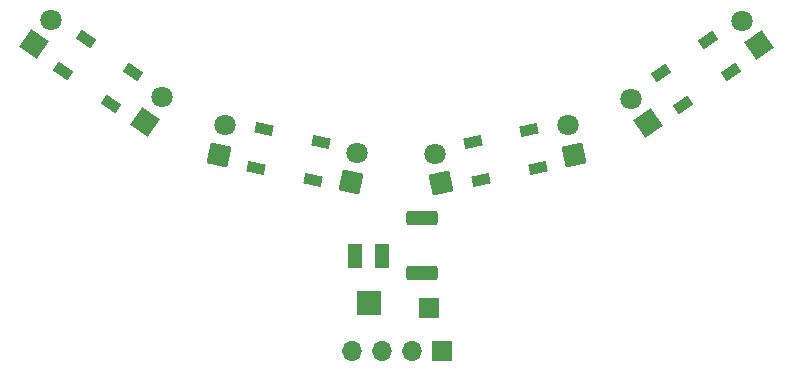
<source format=gbr>
%TF.GenerationSoftware,KiCad,Pcbnew,7.0.9*%
%TF.CreationDate,2025-01-15T22:01:12+09:00*%
%TF.ProjectId,line_front_back_robot2,6c696e65-5f66-4726-9f6e-74066261636b,rev?*%
%TF.SameCoordinates,Original*%
%TF.FileFunction,Soldermask,Top*%
%TF.FilePolarity,Negative*%
%FSLAX46Y46*%
G04 Gerber Fmt 4.6, Leading zero omitted, Abs format (unit mm)*
G04 Created by KiCad (PCBNEW 7.0.9) date 2025-01-15 22:01:12*
%MOMM*%
%LPD*%
G01*
G04 APERTURE LIST*
G04 Aperture macros list*
%AMRoundRect*
0 Rectangle with rounded corners*
0 $1 Rounding radius*
0 $2 $3 $4 $5 $6 $7 $8 $9 X,Y pos of 4 corners*
0 Add a 4 corners polygon primitive as box body*
4,1,4,$2,$3,$4,$5,$6,$7,$8,$9,$2,$3,0*
0 Add four circle primitives for the rounded corners*
1,1,$1+$1,$2,$3*
1,1,$1+$1,$4,$5*
1,1,$1+$1,$6,$7*
1,1,$1+$1,$8,$9*
0 Add four rect primitives between the rounded corners*
20,1,$1+$1,$2,$3,$4,$5,0*
20,1,$1+$1,$4,$5,$6,$7,0*
20,1,$1+$1,$6,$7,$8,$9,0*
20,1,$1+$1,$8,$9,$2,$3,0*%
%AMRotRect*
0 Rectangle, with rotation*
0 The origin of the aperture is its center*
0 $1 length*
0 $2 width*
0 $3 Rotation angle, in degrees counterclockwise*
0 Add horizontal line*
21,1,$1,$2,0,0,$3*%
G04 Aperture macros list end*
%ADD10RotRect,1.800000X1.800000X78.000000*%
%ADD11C,1.800000*%
%ADD12RotRect,1.800000X1.800000X102.000000*%
%ADD13RotRect,1.500000X0.900000X192.000000*%
%ADD14RotRect,1.500000X0.900000X145.000000*%
%ADD15R,1.300000X2.000000*%
%ADD16R,2.000000X2.000000*%
%ADD17RotRect,1.500000X0.900000X168.000000*%
%ADD18RotRect,1.800000X1.800000X125.000000*%
%ADD19R,1.700000X1.700000*%
%ADD20O,1.700000X1.700000*%
%ADD21RotRect,1.500000X0.900000X215.000000*%
%ADD22RotRect,1.800000X1.800000X55.000000*%
%ADD23RoundRect,0.250000X1.075000X-0.362500X1.075000X0.362500X-1.075000X0.362500X-1.075000X-0.362500X0*%
G04 APERTURE END LIST*
D10*
%TO.C,Q10*%
X174756262Y-102614105D03*
D11*
X175284358Y-100129610D03*
%TD*%
D12*
%TO.C,Q2*%
X193597947Y-100275554D03*
D11*
X193069851Y-97791059D03*
%TD*%
D12*
%TO.C,Q1*%
X182394613Y-102687566D03*
D11*
X181866517Y-100203071D03*
%TD*%
D13*
%TO.C,D5*%
X190533130Y-101392166D03*
X189847021Y-98164279D03*
X185054098Y-99183046D03*
X185740207Y-102410933D03*
%TD*%
D14*
%TO.C,D3*%
X154386337Y-95986264D03*
X156279140Y-93283062D03*
X152265295Y-90472538D03*
X150372492Y-93175740D03*
%TD*%
D15*
%TO.C,RV2*%
X175098592Y-108820719D03*
D16*
X176248592Y-112820719D03*
D15*
X177398592Y-108820719D03*
%TD*%
D17*
%TO.C,D2*%
X171502245Y-102387607D03*
X172188354Y-99159720D03*
X167395431Y-98140953D03*
X166709322Y-101368840D03*
%TD*%
D18*
%TO.C,Q4*%
X209272680Y-91014723D03*
D11*
X207815796Y-88934077D03*
%TD*%
D18*
%TO.C,Q3*%
X199902405Y-97612484D03*
D11*
X198445521Y-95531838D03*
%TD*%
D10*
%TO.C,Q9*%
X163540453Y-100260781D03*
D11*
X164068549Y-97776286D03*
%TD*%
D19*
%TO.C,J2*%
X182456099Y-116907974D03*
D20*
X179916099Y-116907974D03*
X177376099Y-116907974D03*
X174836099Y-116907974D03*
%TD*%
D19*
%TO.C,J3*%
X181323592Y-113220719D03*
%TD*%
D21*
%TO.C,D1*%
X206887797Y-93240090D03*
X204994994Y-90536888D03*
X200981149Y-93347412D03*
X202873952Y-96050614D03*
%TD*%
D22*
%TO.C,Q7*%
X147888486Y-90917591D03*
D11*
X149345370Y-88836945D03*
%TD*%
D22*
%TO.C,Q8*%
X157293176Y-97466202D03*
D11*
X158750060Y-95385556D03*
%TD*%
D23*
%TO.C,R8*%
X180748592Y-110283219D03*
X180748592Y-105658219D03*
%TD*%
M02*

</source>
